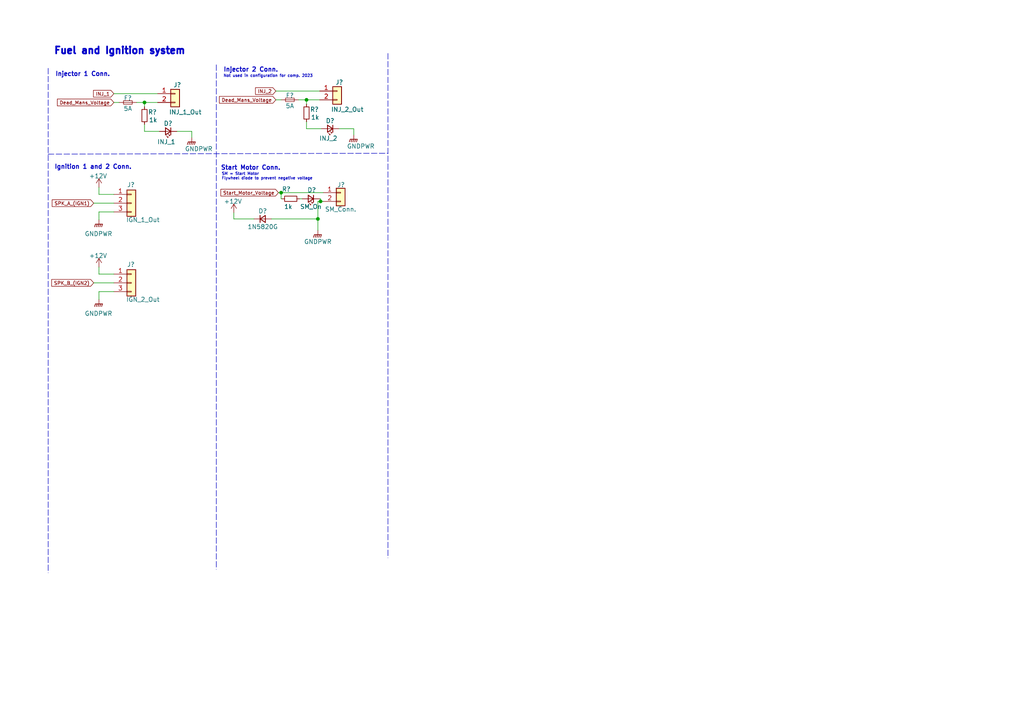
<source format=kicad_sch>
(kicad_sch (version 20211123) (generator eeschema)
  (paper "A4")
  (lib_symbols
    (symbol "Connector_Generic:Conn_01x02" (pin_names (offset 1.016) hide)
      (property "Reference" "J" (at 0 2.54 0))
      (property "Value" "Conn_01x02" (at 0 -5.08 0))
      (symbol "Conn_01x02_1_1"
        (rectangle (start -1.27 -2.413) (end 0 -2.667) (stroke (width 0.1524)))
        (rectangle (start -1.27 0.127) (end 0 -0.127) (stroke (width 0.1524)))
        (rectangle (start -1.27 1.27) (end 1.27 -3.81) (stroke (width 0.254)) (fill (type background)))
        (pin passive line (at -5.08 0 0) (length 3.81) (name "Pin_1") (number "1"))
        (pin passive line (at -5.08 -2.54 0) (length 3.81) (name "Pin_2") (number "2"))
      )
    )
    (symbol "Connector_Generic:Conn_01x03" (pin_names (offset 1.016) hide)
      (property "Reference" "J" (at 0 5.08 0))
      (property "Value" "Conn_01x03" (at 0 -5.08 0))
      (symbol "Conn_01x03_1_1"
        (rectangle (start -1.27 -2.413) (end 0 -2.667) (stroke (width 0.1524)))
        (rectangle (start -1.27 0.127) (end 0 -0.127) (stroke (width 0.1524)))
        (rectangle (start -1.27 2.667) (end 0 2.413) (stroke (width 0.1524)))
        (rectangle (start -1.27 3.81) (end 1.27 -3.81) (stroke (width 0.254)) (fill (type background)))
        (pin passive line (at -5.08 2.54 0) (length 3.81) (name "Pin_1") (number "1"))
        (pin passive line (at -5.08 0 0) (length 3.81) (name "Pin_2") (number "2"))
        (pin passive line (at -5.08 -2.54 0) (length 3.81) (name "Pin_3") (number "3"))
      )
    )
    (symbol "Device:D_Small" (pin_numbers hide) (pin_names (offset 0.254) hide)
      (property "Reference" "D" (at -1.27 2.032 0))
      (property "Value" "D_Small" (at -3.81 -2.032 0))
      (symbol "D_Small_0_1"
        (polyline (pts (xy -0.762 -1.016) (xy -0.762 1.016)) (stroke (width 0.254)))
        (polyline (pts (xy -0.762 0) (xy 0.762 0)))
        (polyline (pts (xy 0.762 -1.016) (xy -0.762 0) (xy 0.762 1.016) (xy 0.762 -1.016)) (stroke (width 0.254)))
      )
      (symbol "D_Small_1_1"
        (pin passive line (at -2.54 0 0) (length 1.778) (name "K") (number "1"))
        (pin passive line (at 2.54 0 180) (length 1.778) (name "A") (number "2"))
      )
    )
    (symbol "Device:Fuse_Small" (pin_numbers hide) (pin_names (offset 0.254) hide)
      (property "Reference" "F" (at 0 -1.524 0))
      (property "Value" "Fuse_Small" (at 0 1.524 0))
      (symbol "Fuse_Small_0_1"
        (rectangle (start -1.27 0.508) (end 1.27 -0.508))
        (polyline (pts (xy -1.27 0) (xy 1.27 0)))
      )
      (symbol "Fuse_Small_1_1"
        (pin passive line (at -2.54 0 0) (length 1.27) (name "~") (number "1"))
        (pin passive line (at 2.54 0 180) (length 1.27) (name "~") (number "2"))
      )
    )
    (symbol "Device:LED_Small" (pin_numbers hide) (pin_names (offset 0.254) hide)
      (property "Reference" "D" (at -1.27 3.175 0))
      (property "Value" "LED_Small" (at -4.445 -2.54 0))
      (symbol "LED_Small_0_1"
        (polyline (pts (xy -0.762 -1.016) (xy -0.762 1.016)) (stroke (width 0.254)))
        (polyline (pts (xy 1.016 0) (xy -0.762 0)))
        (polyline (pts (xy 0.762 -1.016) (xy -0.762 0) (xy 0.762 1.016) (xy 0.762 -1.016)) (stroke (width 0.254)))
        (polyline (pts (xy 0 0.762) (xy -0.508 1.27) (xy -0.254 1.27) (xy -0.508 1.27) (xy -0.508 1.016)))
        (polyline (pts (xy 0.508 1.27) (xy 0 1.778) (xy 0.254 1.778) (xy 0 1.778) (xy 0 1.524)))
      )
      (symbol "LED_Small_1_1"
        (pin passive line (at -2.54 0 0) (length 1.778) (name "K") (number "1"))
        (pin passive line (at 2.54 0 180) (length 1.778) (name "A") (number "2"))
      )
    )
    (symbol "Device:R_Small" (pin_numbers hide) (pin_names (offset 0.254) hide)
      (property "Reference" "R" (at 0.762 0.508 0))
      (property "Value" "R_Small" (at 0.762 -1.016 0))
      (symbol "R_Small_0_1"
        (rectangle (start -0.762 1.778) (end 0.762 -1.778) (stroke (width 0.2032)))
      )
      (symbol "R_Small_1_1"
        (pin passive line (at 0 2.54 270) (length 0.762) (name "~") (number "1"))
        (pin passive line (at 0 -2.54 90) (length 0.762) (name "~") (number "2"))
      )
    )
    (symbol "power:+12V" (power) (pin_names (offset 0))
      (property "Value" "+12V" (at 0 3.556 0))
      (symbol "+12V_0_1"
        (polyline (pts (xy -0.762 1.27) (xy 0 2.54)))
        (polyline (pts (xy 0 0) (xy 0 2.54)))
        (polyline (pts (xy 0 2.54) (xy 0.762 1.27)))
      )
      (symbol "+12V_1_1"
        (pin power_in line (at 0 0 90) (length 0) hide (name "+12V") (number "1"))
      )
    )
    (symbol "power:GNDPWR" (power) (pin_names (offset 0))
      (property "Value" "GNDPWR" (at 0 -3.302 0))
      (symbol "GNDPWR_0_1"
        (polyline (pts (xy 0 -1.27) (xy 0 0)))
        (polyline (pts (xy -1.016 -1.27) (xy -1.27 -2.032) (xy -1.27 -2.032)) (stroke (width 0.2032)))
        (polyline (pts (xy -0.508 -1.27) (xy -0.762 -2.032) (xy -0.762 -2.032)) (stroke (width 0.2032)))
        (polyline (pts (xy 0 -1.27) (xy -0.254 -2.032) (xy -0.254 -2.032)) (stroke (width 0.2032)))
        (polyline (pts (xy 0.508 -1.27) (xy 0.254 -2.032) (xy 0.254 -2.032)) (stroke (width 0.2032)))
        (polyline (pts (xy 1.016 -1.27) (xy -1.016 -1.27) (xy -1.016 -1.27)) (stroke (width 0.2032)))
        (polyline (pts (xy 1.016 -1.27) (xy 0.762 -2.032) (xy 0.762 -2.032) (xy 0.762 -2.032)) (stroke (width 0.2032)))
      )
      (symbol "GNDPWR_1_1"
        (pin power_in line (at 0 0 270) (length 0) hide (name "GNDPWR") (number "1"))
      )
    )
  )
  (junction (at 92.202 63.5))
  (junction (at 88.9 28.956))
  (junction (at 41.91 29.718))
  (junction (at 81.534 55.88))
  (junction (at 92.964 58.42))
  (wire (pts (xy 80.772 55.88) (xy 81.534 55.88)))
  (wire (pts (xy 88.9 28.956) (xy 88.9 30.226)))
  (wire (pts (xy 41.91 29.718) (xy 45.72 29.718)))
  (wire (pts (xy 86.868 57.658) (xy 87.63 57.658)))
  (wire (pts (xy 86.614 28.956) (xy 88.9 28.956)))
  (wire (pts (xy 28.702 56.388) (xy 33.02 56.388)))
  (wire (pts (xy 81.534 57.658) (xy 81.534 55.88)))
  (wire (pts (xy 102.616 37.338) (xy 102.616 39.116)))
  (wire (pts (xy 39.624 29.718) (xy 41.91 29.718)))
  (wire (pts (xy 55.626 38.1) (xy 55.626 39.878)))
  (wire (pts (xy 81.534 55.88) (xy 93.726 55.88)))
  (wire (pts (xy 33.02 29.718) (xy 34.544 29.718)))
  (wire (pts (xy 92.202 63.5) (xy 92.202 58.42)))
  (wire (pts (xy 28.702 84.582) (xy 33.02 84.582)))
  (wire (pts (xy 80.01 28.956) (xy 81.534 28.956)))
  (wire (pts (xy 81.788 57.658) (xy 81.534 57.658)))
  (wire (pts (xy 98.298 37.338) (xy 102.616 37.338)))
  (wire (pts (xy 73.66 63.5) (xy 67.818 63.5)))
  (wire (pts (xy 88.9 35.306) (xy 88.9 37.338)))
  (wire (pts (xy 92.202 66.802) (xy 92.202 63.5)))
  (wire (pts (xy 28.702 77.47) (xy 28.702 79.502)))
  (wire (pts (xy 28.702 54.356) (xy 28.702 56.388)))
  (wire (pts (xy 28.702 86.868) (xy 28.702 84.582)))
  (wire (pts (xy 78.74 63.5) (xy 92.202 63.5)))
  (wire (pts (xy 41.91 29.718) (xy 41.91 30.988)))
  (wire (pts (xy 28.702 79.502) (xy 33.02 79.502)))
  (wire (pts (xy 41.91 36.068) (xy 41.91 38.1)))
  (wire (pts (xy 28.702 61.468) (xy 33.02 61.468)))
  (wire (pts (xy 51.308 38.1) (xy 55.626 38.1)))
  (polyline (pts (xy 62.738 18.796) (xy 62.738 165.1)))
  (wire (pts (xy 27.178 82.042) (xy 33.02 82.042)))
  (wire (pts (xy 92.202 58.42) (xy 92.964 58.42)))
  (wire (pts (xy 88.9 37.338) (xy 93.218 37.338)))
  (polyline (pts (xy 13.97 44.704) (xy 112.522 44.45)))
  (wire (pts (xy 41.91 38.1) (xy 46.228 38.1)))
  (wire (pts (xy 67.818 63.5) (xy 67.818 61.722)))
  (wire (pts (xy 33.02 27.178) (xy 45.72 27.178)))
  (wire (pts (xy 27.178 58.928) (xy 33.02 58.928)))
  (wire (pts (xy 28.702 63.754) (xy 28.702 61.468)))
  (wire (pts (xy 92.964 57.658) (xy 92.964 58.42)))
  (wire (pts (xy 92.964 58.42) (xy 93.726 58.42)))
  (wire (pts (xy 88.9 28.956) (xy 92.71 28.956)))
  (polyline (pts (xy 13.97 19.812) (xy 13.97 166.116)))
  (polyline (pts (xy 112.522 15.494) (xy 112.522 161.798)))
  (wire (pts (xy 92.71 57.658) (xy 92.964 57.658)))
  (wire (pts (xy 80.01 26.416) (xy 92.71 26.416)))
  (text "Fuel and Ignition system" (at 15.494 16.002 0) (effects (font (size 2 2) (thickness 0.6) bold) (justify left bottom)))
  (text "Not used in configuration for comp. 2023" (at 64.77 22.606 0) (effects (font (size 0.8 0.8)) (justify left bottom)))
  (text "Injector 2 Conn." (at 64.77 21.082 0) (effects (font (size 1.27 1.27) bold) (justify left bottom)))
  (text "Start Motor Conn." (at 64.008 49.53 0) (effects (font (size 1.27 1.27) bold) (justify left bottom)))
  (text "SM = Start Motor\nFlywheel diode to prevent negative voltage" (at 64.262 52.324 0) (effects (font (size 0.8 0.8)) (justify left bottom)))
  (text "Ignition 1 and 2 Conn." (at 15.748 49.276 0) (effects (font (size 1.27 1.27) bold) (justify left bottom)))
  (text "Injector 1 Conn." (at 16.002 22.352 0) (effects (font (size 1.27 1.27) bold) (justify left bottom)))
  (global_label "SPK_A_(IGN1)" (shape input) (at 27.178 58.928 180) (effects (font (size 1 1))) (property "Intersheet References" "${INTERSHEET_REFS}" (effects hide)))
  (global_label "INJ_1" (shape input) (at 33.02 27.178 180) (effects (font (size 1 1))) (property "Intersheet References" "${INTERSHEET_REFS}" (effects hide)))
  (global_label "Start_Motor_Voltage" (shape input) (at 80.772 55.88 180) (effects (font (size 1 1))) (property "Intersheet References" "${INTERSHEET_REFS}" (effects hide)))
  (global_label "SPK_B_(IGN2)" (shape input) (at 27.178 82.042 180) (effects (font (size 1 1))) (property "Intersheet References" "${INTERSHEET_REFS}" (effects hide)))
  (global_label "Dead_Mans_Voltage" (shape input) (at 80.01 28.956 180) (effects (font (size 1 1))) (property "Intersheet References" "${INTERSHEET_REFS}" (effects hide)))
  (global_label "Dead_Mans_Voltage" (shape input) (at 33.02 29.718 180) (effects (font (size 1 1))) (property "Intersheet References" "${INTERSHEET_REFS}" (effects hide)))
  (global_label "INJ_2" (shape input) (at 80.01 26.416 180) (effects (font (size 1 1))) (property "Intersheet References" "${INTERSHEET_REFS}" (effects hide)))
  (symbol (lib_id "Device:LED_Small") (at 90.17 57.658 180) (unit 1)
    (property "Reference" "D?" (at 90.424 55.118 0))
    (property "Value" "SM_On" (at 90.17 59.944 0))
  )
  (symbol (lib_id "Device:Fuse_Small") (at 37.084 29.718 0) (unit 1)
    (property "Reference" "F?" (at 37.084 28.448 0))
    (property "Value" "5A" (at 37.084 31.496 0))
  )
  (symbol (lib_id "Device:Fuse_Small") (at 84.074 28.956 0) (unit 1)
    (property "Reference" "F?" (at 84.074 27.686 0))
    (property "Value" "5A" (at 84.074 30.734 0))
  )
  (symbol (lib_id "Connector_Generic:Conn_01x03") (at 38.1 82.042 0) (unit 1)
    (property "Reference" "J?" (at 36.83 76.708 0) (effects (justify left)))
    (property "Value" "IGN_2_Out" (at 36.576 86.868 0) (effects (justify left)))
  )
  (symbol (lib_id "power:+12V") (at 67.818 61.722 0) (unit 1)
    (property "Reference" "#PWR?" (effects hide))
    (property "Value" "+12V" (at 67.564 58.42 0))
  )
  (symbol (lib_id "Connector_Generic:Conn_01x02") (at 50.8 27.178 0) (unit 1)
    (property "Reference" "J?" (at 50.292 24.638 0) (effects (justify left)))
    (property "Value" "INJ_1_Out" (at 49.022 32.512 0) (effects (justify left)))
  )
  (symbol (lib_id "Connector_Generic:Conn_01x02") (at 98.806 55.88 0) (unit 1)
    (property "Reference" "J?" (at 97.79 53.594 0) (effects (justify left)))
    (property "Value" "SM_Conn." (at 94.234 60.706 0) (effects (justify left)))
  )
  (symbol (lib_id "power:+12V") (at 28.702 54.356 0) (unit 1)
    (property "Reference" "#PWR?" (effects hide))
    (property "Value" "+12V" (at 28.448 51.054 0))
  )
  (symbol (lib_id "Device:LED_Small") (at 48.768 38.1 180) (unit 1)
    (property "Reference" "D?" (at 48.768 35.814 0))
    (property "Value" "INJ_1" (at 48.26 41.148 0))
  )
  (symbol (lib_id "Connector_Generic:Conn_01x03") (at 38.1 58.928 0) (unit 1)
    (property "Reference" "J?" (at 36.83 53.594 0) (effects (justify left)))
    (property "Value" "IGN_1_Out" (at 36.576 63.754 0) (effects (justify left)))
  )
  (symbol (lib_id "Device:R_Small") (at 41.91 33.528 0) (unit 1)
    (property "Reference" "R?" (at 42.926 32.512 0) (effects (justify left)))
    (property "Value" "1k" (at 43.18 34.798 0) (effects (justify left)))
  )
  (symbol (lib_id "power:GNDPWR") (at 28.702 86.868 0) (unit 1)
    (property "Reference" "#PWR?" (effects hide))
    (property "Value" "GNDPWR" (at 28.575 90.932 0))
  )
  (symbol (lib_id "Connector_Generic:Conn_01x02") (at 97.79 26.416 0) (unit 1)
    (property "Reference" "J?" (at 97.282 23.876 0) (effects (justify left)))
    (property "Value" "INJ_2_Out" (at 96.012 31.75 0) (effects (justify left)))
  )
  (symbol (lib_id "Device:D_Small") (at 76.2 63.5 0) (unit 1)
    (property "Reference" "D?" (at 76.2 61.214 0))
    (property "Value" "1N5820G" (at 76.2 65.786 0))
  )
  (symbol (lib_id "Device:R_Small") (at 84.328 57.658 90) (unit 1)
    (property "Reference" "R?" (at 84.328 54.864 90) (effects (justify left)))
    (property "Value" "1k" (at 84.836 59.944 90) (effects (justify left)))
  )
  (symbol (lib_id "power:GNDPWR") (at 55.626 39.878 0) (unit 1)
    (property "Reference" "#PWR?" (effects hide))
    (property "Value" "GNDPWR" (at 57.658 43.18 0))
  )
  (symbol (lib_id "Device:LED_Small") (at 95.758 37.338 180) (unit 1)
    (property "Reference" "D?" (at 95.758 35.052 0))
    (property "Value" "INJ_2" (at 95.25 40.132 0))
  )
  (symbol (lib_id "power:+12V") (at 28.702 77.47 0) (unit 1)
    (property "Reference" "#PWR?" (effects hide))
    (property "Value" "+12V" (at 28.448 74.168 0))
  )
  (symbol (lib_id "power:GNDPWR") (at 92.202 66.802 0) (unit 1)
    (property "Reference" "#PWR?" (effects hide))
    (property "Value" "GNDPWR" (at 92.202 70.104 0))
  )
  (symbol (lib_id "Device:R_Small") (at 88.9 32.766 0) (unit 1)
    (property "Reference" "R?" (at 89.916 31.75 0) (effects (justify left)))
    (property "Value" "1k" (at 90.17 34.036 0) (effects (justify left)))
  )
  (symbol (lib_id "power:GNDPWR") (at 28.702 63.754 0) (unit 1)
    (property "Reference" "#PWR?" (effects hide))
    (property "Value" "GNDPWR" (at 28.575 67.818 0))
  )
  (symbol (lib_id "power:GNDPWR") (at 102.616 39.116 0) (unit 1)
    (property "Reference" "#PWR?" (effects hide))
    (property "Value" "GNDPWR" (at 104.648 42.418 0))
  )
)
</source>
